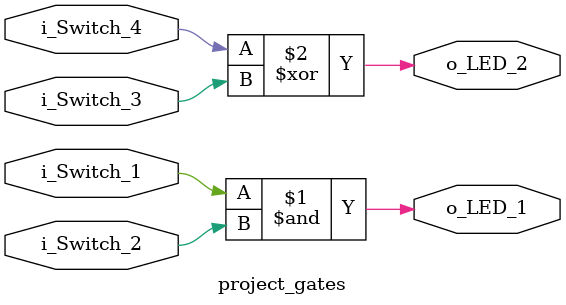
<source format=v>
module project_gates
    (input i_Switch_1,
    input i_Switch_2,
    input i_Switch_3,
    input i_Switch_4,
    output o_LED_1,
    output o_LED_2,);

    assign o_LED_1 = i_Switch_1 & i_Switch_2;
    assign o_LED_2 = i_Switch_4 ^ i_Switch_3;

endmodule
</source>
